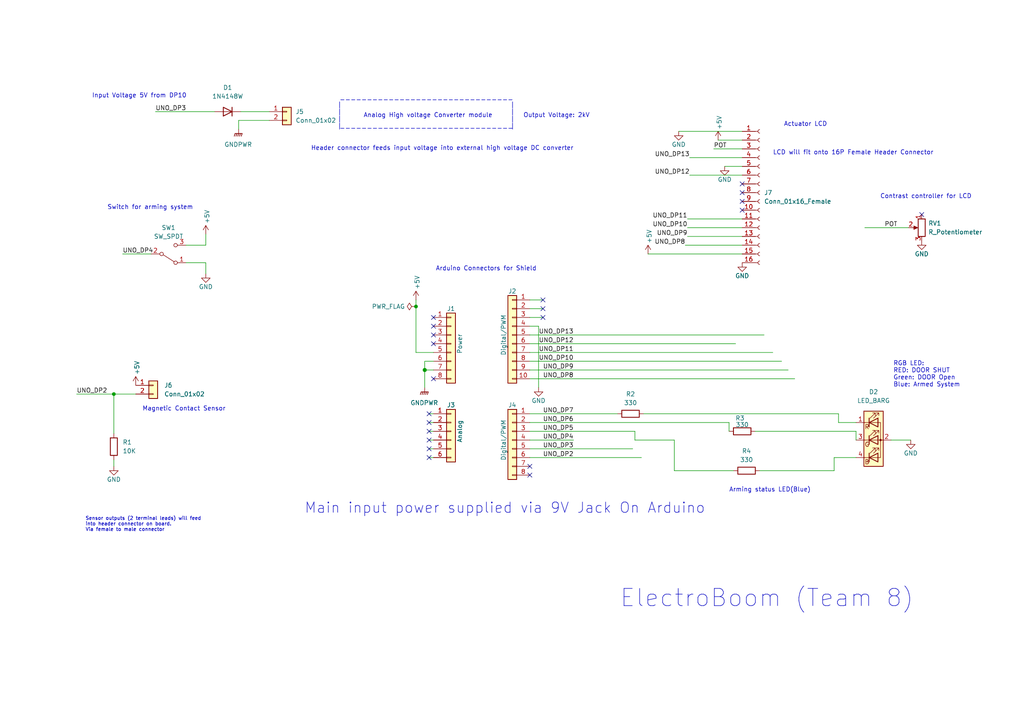
<source format=kicad_sch>
(kicad_sch (version 20211123) (generator eeschema)
  (paper "A4")
  (title_block (title "ECE 411 Practicum Schematic") (date "2022-11-16") (rev "03"))
  (lib_symbols
    (symbol "Connector:Conn_01x16_Female" (pin_names (offset 1.016) hide)
      (property "Reference" "J" (at 0 20.32 0))
      (property "Value" "Conn_01x16_Female" (at 0 -22.86 0))
      (symbol "Conn_01x16_Female_1_1"
        (arc (start 0 -19.812) (mid -0.508 -20.32) (end 0 -20.828) (stroke (width 0.1524)))
        (arc (start 0 -17.272) (mid -0.508 -17.78) (end 0 -18.288) (stroke (width 0.1524)))
        (arc (start 0 -14.732) (mid -0.508 -15.24) (end 0 -15.748) (stroke (width 0.1524)))
        (arc (start 0 -12.192) (mid -0.508 -12.7) (end 0 -13.208) (stroke (width 0.1524)))
        (arc (start 0 -9.652) (mid -0.508 -10.16) (end 0 -10.668) (stroke (width 0.1524)))
        (arc (start 0 -7.112) (mid -0.508 -7.62) (end 0 -8.128) (stroke (width 0.1524)))
        (arc (start 0 -4.572) (mid -0.508 -5.08) (end 0 -5.588) (stroke (width 0.1524)))
        (arc (start 0 -2.032) (mid -0.508 -2.54) (end 0 -3.048) (stroke (width 0.1524)))
        (polyline (pts (xy -1.27 -20.32) (xy -0.508 -20.32)) (stroke (width 0.1524)))
        (polyline (pts (xy -1.27 -17.78) (xy -0.508 -17.78)) (stroke (width 0.1524)))
        (polyline (pts (xy -1.27 -15.24) (xy -0.508 -15.24)) (stroke (width 0.1524)))
        (polyline (pts (xy -1.27 -12.7) (xy -0.508 -12.7)) (stroke (width 0.1524)))
        (polyline (pts (xy -1.27 -10.16) (xy -0.508 -10.16)) (stroke (width 0.1524)))
        (polyline (pts (xy -1.27 -7.62) (xy -0.508 -7.62)) (stroke (width 0.1524)))
        (polyline (pts (xy -1.27 -5.08) (xy -0.508 -5.08)) (stroke (width 0.1524)))
        (polyline (pts (xy -1.27 -2.54) (xy -0.508 -2.54)) (stroke (width 0.1524)))
        (polyline (pts (xy -1.27 0) (xy -0.508 0)) (stroke (width 0.1524)))
        (polyline (pts (xy -1.27 2.54) (xy -0.508 2.54)) (stroke (width 0.1524)))
        (polyline (pts (xy -1.27 5.08) (xy -0.508 5.08)) (stroke (width 0.1524)))
        (polyline (pts (xy -1.27 7.62) (xy -0.508 7.62)) (stroke (width 0.1524)))
        (polyline (pts (xy -1.27 10.16) (xy -0.508 10.16)) (stroke (width 0.1524)))
        (polyline (pts (xy -1.27 12.7) (xy -0.508 12.7)) (stroke (width 0.1524)))
        (polyline (pts (xy -1.27 15.24) (xy -0.508 15.24)) (stroke (width 0.1524)))
        (polyline (pts (xy -1.27 17.78) (xy -0.508 17.78)) (stroke (width 0.1524)))
        (arc (start 0 0.508) (mid -0.508 0) (end 0 -0.508) (stroke (width 0.1524)))
        (arc (start 0 3.048) (mid -0.508 2.54) (end 0 2.032) (stroke (width 0.1524)))
        (arc (start 0 5.588) (mid -0.508 5.08) (end 0 4.572) (stroke (width 0.1524)))
        (arc (start 0 8.128) (mid -0.508 7.62) (end 0 7.112) (stroke (width 0.1524)))
        (arc (start 0 10.668) (mid -0.508 10.16) (end 0 9.652) (stroke (width 0.1524)))
        (arc (start 0 13.208) (mid -0.508 12.7) (end 0 12.192) (stroke (width 0.1524)))
        (arc (start 0 15.748) (mid -0.508 15.24) (end 0 14.732) (stroke (width 0.1524)))
        (arc (start 0 18.288) (mid -0.508 17.78) (end 0 17.272) (stroke (width 0.1524)))
        (pin passive line (at -5.08 17.78 0) (length 3.81) (name "Pin_1") (number "1"))
        (pin passive line (at -5.08 -5.08 0) (length 3.81) (name "Pin_10") (number "10"))
        (pin passive line (at -5.08 -7.62 0) (length 3.81) (name "Pin_11") (number "11"))
        (pin passive line (at -5.08 -10.16 0) (length 3.81) (name "Pin_12") (number "12"))
        (pin passive line (at -5.08 -12.7 0) (length 3.81) (name "Pin_13") (number "13"))
        (pin passive line (at -5.08 -15.24 0) (length 3.81) (name "Pin_14") (number "14"))
        (pin passive line (at -5.08 -17.78 0) (length 3.81) (name "Pin_15") (number "15"))
        (pin passive line (at -5.08 -20.32 0) (length 3.81) (name "Pin_16") (number "16"))
        (pin passive line (at -5.08 15.24 0) (length 3.81) (name "Pin_2") (number "2"))
        (pin passive line (at -5.08 12.7 0) (length 3.81) (name "Pin_3") (number "3"))
        (pin passive line (at -5.08 10.16 0) (length 3.81) (name "Pin_4") (number "4"))
        (pin passive line (at -5.08 7.62 0) (length 3.81) (name "Pin_5") (number "5"))
        (pin passive line (at -5.08 5.08 0) (length 3.81) (name "Pin_6") (number "6"))
        (pin passive line (at -5.08 2.54 0) (length 3.81) (name "Pin_7") (number "7"))
        (pin passive line (at -5.08 0 0) (length 3.81) (name "Pin_8") (number "8"))
        (pin passive line (at -5.08 -2.54 0) (length 3.81) (name "Pin_9") (number "9"))
      )
    )
    (symbol "Connector_Generic:Conn_01x02" (pin_names (offset 1.016) hide)
      (property "Reference" "J" (at 0 2.54 0))
      (property "Value" "Conn_01x02" (at 0 -5.08 0))
      (symbol "Conn_01x02_1_1"
        (rectangle (start -1.27 -2.413) (end 0 -2.667) (stroke (width 0.1524)))
        (rectangle (start -1.27 0.127) (end 0 -0.127) (stroke (width 0.1524)))
        (rectangle (start -1.27 1.27) (end 1.27 -3.81) (stroke (width 0.254)) (fill (type background)))
        (pin passive line (at -5.08 0 0) (length 3.81) (name "Pin_1") (number "1"))
        (pin passive line (at -5.08 -2.54 0) (length 3.81) (name "Pin_2") (number "2"))
      )
    )
    (symbol "Connector_Generic:Conn_01x06" (pin_names (offset 1.016) hide)
      (property "Reference" "J" (at 0 7.62 0))
      (property "Value" "Conn_01x06" (at 0 -10.16 0))
      (symbol "Conn_01x06_1_1"
        (rectangle (start -1.27 -7.493) (end 0 -7.747) (stroke (width 0.1524)))
        (rectangle (start -1.27 -4.953) (end 0 -5.207) (stroke (width 0.1524)))
        (rectangle (start -1.27 -2.413) (end 0 -2.667) (stroke (width 0.1524)))
        (rectangle (start -1.27 0.127) (end 0 -0.127) (stroke (width 0.1524)))
        (rectangle (start -1.27 2.667) (end 0 2.413) (stroke (width 0.1524)))
        (rectangle (start -1.27 5.207) (end 0 4.953) (stroke (width 0.1524)))
        (rectangle (start -1.27 6.35) (end 1.27 -8.89) (stroke (width 0.254)) (fill (type background)))
        (pin passive line (at -5.08 5.08 0) (length 3.81) (name "Pin_1") (number "1"))
        (pin passive line (at -5.08 2.54 0) (length 3.81) (name "Pin_2") (number "2"))
        (pin passive line (at -5.08 0 0) (length 3.81) (name "Pin_3") (number "3"))
        (pin passive line (at -5.08 -2.54 0) (length 3.81) (name "Pin_4") (number "4"))
        (pin passive line (at -5.08 -5.08 0) (length 3.81) (name "Pin_5") (number "5"))
        (pin passive line (at -5.08 -7.62 0) (length 3.81) (name "Pin_6") (number "6"))
      )
    )
    (symbol "Connector_Generic:Conn_01x08" (pin_names (offset 1.016) hide)
      (property "Reference" "J" (at 0 10.16 0))
      (property "Value" "Conn_01x08" (at 0 -12.7 0))
      (symbol "Conn_01x08_1_1"
        (rectangle (start -1.27 -10.033) (end 0 -10.287) (stroke (width 0.1524)))
        (rectangle (start -1.27 -7.493) (end 0 -7.747) (stroke (width 0.1524)))
        (rectangle (start -1.27 -4.953) (end 0 -5.207) (stroke (width 0.1524)))
        (rectangle (start -1.27 -2.413) (end 0 -2.667) (stroke (width 0.1524)))
        (rectangle (start -1.27 0.127) (end 0 -0.127) (stroke (width 0.1524)))
        (rectangle (start -1.27 2.667) (end 0 2.413) (stroke (width 0.1524)))
        (rectangle (start -1.27 5.207) (end 0 4.953) (stroke (width 0.1524)))
        (rectangle (start -1.27 7.747) (end 0 7.493) (stroke (width 0.1524)))
        (rectangle (start -1.27 8.89) (end 1.27 -11.43) (stroke (width 0.254)) (fill (type background)))
        (pin passive line (at -5.08 7.62 0) (length 3.81) (name "Pin_1") (number "1"))
        (pin passive line (at -5.08 5.08 0) (length 3.81) (name "Pin_2") (number "2"))
        (pin passive line (at -5.08 2.54 0) (length 3.81) (name "Pin_3") (number "3"))
        (pin passive line (at -5.08 0 0) (length 3.81) (name "Pin_4") (number "4"))
        (pin passive line (at -5.08 -2.54 0) (length 3.81) (name "Pin_5") (number "5"))
        (pin passive line (at -5.08 -5.08 0) (length 3.81) (name "Pin_6") (number "6"))
        (pin passive line (at -5.08 -7.62 0) (length 3.81) (name "Pin_7") (number "7"))
        (pin passive line (at -5.08 -10.16 0) (length 3.81) (name "Pin_8") (number "8"))
      )
    )
    (symbol "Connector_Generic:Conn_01x10" (pin_names (offset 1.016) hide)
      (property "Reference" "J" (at 0 12.7 0))
      (property "Value" "Conn_01x10" (at 0 -15.24 0))
      (symbol "Conn_01x10_1_1"
        (rectangle (start -1.27 -12.573) (end 0 -12.827) (stroke (width 0.1524)))
        (rectangle (start -1.27 -10.033) (end 0 -10.287) (stroke (width 0.1524)))
        (rectangle (start -1.27 -7.493) (end 0 -7.747) (stroke (width 0.1524)))
        (rectangle (start -1.27 -4.953) (end 0 -5.207) (stroke (width 0.1524)))
        (rectangle (start -1.27 -2.413) (end 0 -2.667) (stroke (width 0.1524)))
        (rectangle (start -1.27 0.127) (end 0 -0.127) (stroke (width 0.1524)))
        (rectangle (start -1.27 2.667) (end 0 2.413) (stroke (width 0.1524)))
        (rectangle (start -1.27 5.207) (end 0 4.953) (stroke (width 0.1524)))
        (rectangle (start -1.27 7.747) (end 0 7.493) (stroke (width 0.1524)))
        (rectangle (start -1.27 10.287) (end 0 10.033) (stroke (width 0.1524)))
        (rectangle (start -1.27 11.43) (end 1.27 -13.97) (stroke (width 0.254)) (fill (type background)))
        (pin passive line (at -5.08 10.16 0) (length 3.81) (name "Pin_1") (number "1"))
        (pin passive line (at -5.08 -12.7 0) (length 3.81) (name "Pin_10") (number "10"))
        (pin passive line (at -5.08 7.62 0) (length 3.81) (name "Pin_2") (number "2"))
        (pin passive line (at -5.08 5.08 0) (length 3.81) (name "Pin_3") (number "3"))
        (pin passive line (at -5.08 2.54 0) (length 3.81) (name "Pin_4") (number "4"))
        (pin passive line (at -5.08 0 0) (length 3.81) (name "Pin_5") (number "5"))
        (pin passive line (at -5.08 -2.54 0) (length 3.81) (name "Pin_6") (number "6"))
        (pin passive line (at -5.08 -5.08 0) (length 3.81) (name "Pin_7") (number "7"))
        (pin passive line (at -5.08 -7.62 0) (length 3.81) (name "Pin_8") (number "8"))
        (pin passive line (at -5.08 -10.16 0) (length 3.81) (name "Pin_9") (number "9"))
      )
    )
    (symbol "Device:LED_BARG" (pin_names (offset 0) hide)
      (property "Reference" "D?" (at 0 13.97 0))
      (property "Value" "LED_BARG" (at 0 11.43 0))
      (symbol "LED_BARG_0_0"
        (text "B" (at -1.905 -6.35 0) (effects (font (size 1.27 1.27))))
        (text "G" (at -1.905 -1.27 0) (effects (font (size 1.27 1.27))))
        (text "R" (at -1.905 3.81 0) (effects (font (size 1.27 1.27))))
      )
      (symbol "LED_BARG_0_1"
        (polyline (pts (xy -1.27 -5.08) (xy -2.54 -5.08)))
        (polyline (pts (xy -1.27 -5.08) (xy 1.27 -5.08)))
        (polyline (pts (xy -1.27 -3.81) (xy -1.27 -6.35)) (stroke (width 0.254)))
        (polyline (pts (xy -1.27 0) (xy -2.54 0)))
        (polyline (pts (xy -1.27 1.27) (xy -1.27 -1.27)) (stroke (width 0.254)))
        (polyline (pts (xy -1.27 5.08) (xy -2.54 5.08)))
        (polyline (pts (xy -1.27 5.08) (xy 1.27 5.08)))
        (polyline (pts (xy -1.27 6.35) (xy -1.27 3.81)) (stroke (width 0.254)))
        (polyline (pts (xy 1.27 0) (xy -1.27 0)))
        (polyline (pts (xy 1.27 0) (xy 2.54 0)))
        (polyline (pts (xy -1.27 1.27) (xy -1.27 -1.27) (xy -1.27 -1.27)))
        (polyline (pts (xy -1.27 6.35) (xy -1.27 3.81) (xy -1.27 3.81)))
        (polyline (pts (xy 1.27 -5.08) (xy 2.032 -5.08) (xy 2.032 5.08) (xy 1.27 5.08)))
        (polyline (pts (xy 1.27 -3.81) (xy 1.27 -6.35) (xy -1.27 -5.08) (xy 1.27 -3.81)) (stroke (width 0.254)))
        (polyline (pts (xy 1.27 1.27) (xy 1.27 -1.27) (xy -1.27 0) (xy 1.27 1.27)) (stroke (width 0.254)))
        (polyline (pts (xy 1.27 6.35) (xy 1.27 3.81) (xy -1.27 5.08) (xy 1.27 6.35)) (stroke (width 0.254)))
        (polyline (pts (xy -1.016 -3.81) (xy 0.508 -2.286) (xy -0.254 -2.286) (xy 0.508 -2.286) (xy 0.508 -3.048)))
        (polyline (pts (xy -1.016 1.27) (xy 0.508 2.794) (xy -0.254 2.794) (xy 0.508 2.794) (xy 0.508 2.032)))
        (polyline (pts (xy -1.016 6.35) (xy 0.508 7.874) (xy -0.254 7.874) (xy 0.508 7.874) (xy 0.508 7.112)))
        (polyline (pts (xy 0 -3.81) (xy 1.524 -2.286) (xy 0.762 -2.286) (xy 1.524 -2.286) (xy 1.524 -3.048)))
        (polyline (pts (xy 0 1.27) (xy 1.524 2.794) (xy 0.762 2.794) (xy 1.524 2.794) (xy 1.524 2.032)))
        (polyline (pts (xy 0 6.35) (xy 1.524 7.874) (xy 0.762 7.874) (xy 1.524 7.874) (xy 1.524 7.112)))
        (rectangle (start 1.27 -1.27) (end 1.27 1.27))
        (rectangle (start 1.27 1.27) (end 1.27 1.27))
        (rectangle (start 1.27 3.81) (end 1.27 6.35))
        (rectangle (start 1.27 6.35) (end 1.27 6.35))
        (circle (center 2.032 0) (radius 0.254) (fill (type outline)))
        (rectangle (start 2.794 8.382) (end -2.794 -7.62) (stroke (width 0.254)) (fill (type background)))
      )
      (symbol "LED_BARG_1_1"
        (pin passive line (at -5.08 5.08 0) (length 2.54) (name "BK") (number "1"))
        (pin passive line (at 5.08 0 180) (length 2.54) (name "A") (number "2"))
        (pin passive line (at -5.08 0 0) (length 2.54) (name "RK") (number "3"))
        (pin passive line (at -5.08 -5.08 0) (length 2.54) (name "GK") (number "4"))
      )
    )
    (symbol "Device:R" (pin_numbers hide) (pin_names (offset 0))
      (property "Reference" "R" (at 2.032 0 90))
      (property "Value" "R" (at 0 0 90))
      (symbol "R_0_1"
        (rectangle (start -1.016 -2.54) (end 1.016 2.54) (stroke (width 0.254)))
      )
      (symbol "R_1_1"
        (pin passive line (at 0 3.81 270) (length 1.27) (name "~") (number "1"))
        (pin passive line (at 0 -3.81 90) (length 1.27) (name "~") (number "2"))
      )
    )
    (symbol "Device:R_Potentiometer" (pin_names (offset 1.016) hide)
      (property "Reference" "RV" (at -4.445 0 90))
      (property "Value" "R_Potentiometer" (at -2.54 0 90))
      (symbol "R_Potentiometer_0_1"
        (polyline (pts (xy 2.54 0) (xy 1.524 0)))
        (polyline (pts (xy 1.143 0) (xy 2.286 0.508) (xy 2.286 -0.508) (xy 1.143 0)) (fill (type outline)))
        (rectangle (start 1.016 2.54) (end -1.016 -2.54) (stroke (width 0.254)))
      )
      (symbol "R_Potentiometer_1_1"
        (pin passive line (at 0 3.81 270) (length 1.27) (name "1") (number "1"))
        (pin passive line (at 3.81 0 180) (length 1.27) (name "2") (number "2"))
        (pin passive line (at 0 -3.81 90) (length 1.27) (name "3") (number "3"))
      )
    )
    (symbol "Diode:1N4148W" (pin_numbers hide) (pin_names hide)
      (property "Reference" "D" (at 0 2.54 0))
      (property "Value" "1N4148W" (at 0 -2.54 0))
      (symbol "1N4148W_0_1"
        (polyline (pts (xy -1.27 1.27) (xy -1.27 -1.27)) (stroke (width 0.254)))
        (polyline (pts (xy 1.27 0) (xy -1.27 0)))
        (polyline (pts (xy 1.27 1.27) (xy 1.27 -1.27) (xy -1.27 0) (xy 1.27 1.27)) (stroke (width 0.254)))
      )
      (symbol "1N4148W_1_1"
        (pin passive line (at -3.81 0 0) (length 2.54) (name "K") (number "1"))
        (pin passive line (at 3.81 0 180) (length 2.54) (name "A") (number "2"))
      )
    )
    (symbol "Switch:SW_SPDT" (pin_names (offset 0) hide)
      (property "Reference" "SW" (at 0 4.318 0))
      (property "Value" "SW_SPDT" (at 0 -5.08 0))
      (symbol "SW_SPDT_0_0"
        (circle (center -2.032 0) (radius 0.508))
        (circle (center 2.032 -2.54) (radius 0.508))
      )
      (symbol "SW_SPDT_0_1"
        (polyline (pts (xy -1.524 0.254) (xy 1.651 2.286)))
        (circle (center 2.032 2.54) (radius 0.508))
      )
      (symbol "SW_SPDT_1_1"
        (pin passive line (at 5.08 2.54 180) (length 2.54) (name "A") (number "1"))
        (pin passive line (at -5.08 0 0) (length 2.54) (name "B") (number "2"))
        (pin passive line (at 5.08 -2.54 180) (length 2.54) (name "C") (number "3"))
      )
    )
    (symbol "power:+5V" (power) (pin_names (offset 0))
      (property "Value" "+5V" (at 0 3.556 0))
      (symbol "+5V_0_1"
        (polyline (pts (xy -0.762 1.27) (xy 0 2.54)))
        (polyline (pts (xy 0 0) (xy 0 2.54)))
        (polyline (pts (xy 0 2.54) (xy 0.762 1.27)))
      )
      (symbol "+5V_1_1"
        (pin power_in line (at 0 0 90) (length 0) hide (name "+5V") (number "1"))
      )
    )
    (symbol "power:GND" (power) (pin_names (offset 0))
      (property "Value" "GND" (at 0 -3.81 0))
      (symbol "GND_0_1"
        (polyline (pts (xy 0 0) (xy 0 -1.27) (xy 1.27 -1.27) (xy 0 -2.54) (xy -1.27 -1.27) (xy 0 -1.27)))
      )
      (symbol "GND_1_1"
        (pin power_in line (at 0 0 270) (length 0) hide (name "GND") (number "1"))
      )
    )
    (symbol "power:GNDPWR" (power) (pin_names (offset 0))
      (property "Value" "GNDPWR" (at 0 -3.302 0))
      (symbol "GNDPWR_0_1"
        (polyline (pts (xy 0 -1.27) (xy 0 0)))
        (polyline (pts (xy -1.016 -1.27) (xy -1.27 -2.032) (xy -1.27 -2.032)) (stroke (width 0.2032)))
        (polyline (pts (xy -0.508 -1.27) (xy -0.762 -2.032) (xy -0.762 -2.032)) (stroke (width 0.2032)))
        (polyline (pts (xy 0 -1.27) (xy -0.254 -2.032) (xy -0.254 -2.032)) (stroke (width 0.2032)))
        (polyline (pts (xy 0.508 -1.27) (xy 0.254 -2.032) (xy 0.254 -2.032)) (stroke (width 0.2032)))
        (polyline (pts (xy 1.016 -1.27) (xy -1.016 -1.27) (xy -1.016 -1.27)) (stroke (width 0.2032)))
        (polyline (pts (xy 1.016 -1.27) (xy 0.762 -2.032) (xy 0.762 -2.032) (xy 0.762 -2.032)) (stroke (width 0.2032)))
      )
      (symbol "GNDPWR_1_1"
        (pin power_in line (at 0 0 270) (length 0) hide (name "GNDPWR") (number "1"))
      )
    )
    (symbol "power:PWR_FLAG" (power) (pin_numbers hide) (pin_names (offset 0) hide)
      (property "Value" "PWR_FLAG" (at 0 3.81 0))
      (symbol "PWR_FLAG_0_0"
        (pin power_out line (at 0 0 90) (length 0) (name "pwr") (number "1"))
      )
      (symbol "PWR_FLAG_0_1"
        (polyline (pts (xy 0 0) (xy 0 1.27) (xy -1.016 1.905) (xy 0 2.54) (xy 1.016 1.905) (xy 0 1.27)))
      )
    )
  )
  (junction (at 120.65 88.9))
  (junction (at 123.19 107.315) (diameter 1.016))
  (junction (at 33.02 114.3))
  (no_connect (at 215.265 55.88))
  (no_connect (at 267.335 62.23))
  (no_connect (at 125.73 94.615))
  (no_connect (at 125.73 109.855))
  (no_connect (at 124.46 122.555))
  (no_connect (at 157.48 86.995))
  (no_connect (at 157.48 92.075))
  (no_connect (at 153.67 137.795))
  (no_connect (at 124.46 132.715))
  (no_connect (at 125.73 97.155))
  (no_connect (at 124.46 120.015))
  (no_connect (at 153.67 135.255))
  (no_connect (at 124.46 130.175))
  (no_connect (at 125.73 99.695))
  (no_connect (at 215.265 53.34))
  (no_connect (at 125.73 92.075))
  (no_connect (at 215.265 60.96))
  (no_connect (at 124.46 125.095))
  (no_connect (at 157.48 89.535))
  (no_connect (at 124.46 127.635))
  (no_connect (at 215.265 58.42))
  (wire (pts (xy 59.69 71.12) (xy 59.69 67.945)))
  (wire (pts (xy 264.16 127.635) (xy 258.445 127.635)))
  (wire (pts (xy 153.67 104.775) (xy 226.695 104.775)))
  (wire (pts (xy 241.935 132.715) (xy 248.285 132.715)))
  (wire (pts (xy 123.19 104.775) (xy 123.19 107.315)))
  (wire (pts (xy 33.02 114.3) (xy 33.02 125.73)))
  (wire (pts (xy 124.46 132.715) (xy 125.73 132.715)))
  (wire (pts (xy 184.15 125.095) (xy 184.15 127.635)))
  (wire (pts (xy 123.19 107.315) (xy 123.19 112.395)))
  (wire (pts (xy 33.02 133.35) (xy 33.02 135.255)))
  (wire (pts (xy 250.825 66.04) (xy 263.525 66.04)))
  (wire (pts (xy 120.65 102.235) (xy 125.73 102.235)))
  (wire (pts (xy 78.105 34.925) (xy 69.215 34.925)))
  (wire (pts (xy 120.65 86.995) (xy 120.65 88.9)))
  (wire (pts (xy 153.67 97.155) (xy 221.615 97.155)))
  (wire (pts (xy 153.67 120.015) (xy 179.07 120.015)))
  (wire (pts (xy 219.075 125.095) (xy 248.285 125.095)))
  (wire (pts (xy 125.73 120.015) (xy 124.46 120.015)))
  (wire (pts (xy 153.67 99.695) (xy 213.36 99.695)))
  (wire (pts (xy 208.28 40.64) (xy 215.265 40.64)))
  (wire (pts (xy 220.345 136.525) (xy 241.935 136.525)))
  (wire (pts (xy 195.58 136.525) (xy 212.725 136.525)))
  (wire (pts (xy 153.67 122.555) (xy 211.455 122.555)))
  (wire (pts (xy 200.025 50.8) (xy 215.265 50.8)))
  (wire (pts (xy 199.39 66.04) (xy 215.265 66.04)))
  (wire (pts (xy 153.67 127.635) (xy 166.37 127.635)))
  (wire (pts (xy 69.215 34.925) (xy 69.215 37.465)))
  (wire (pts (xy 207.01 43.18) (xy 215.265 43.18)))
  (wire (pts (xy 187.96 73.66) (xy 215.265 73.66)))
  (wire (pts (xy 156.21 94.615) (xy 156.21 112.395)))
  (wire (pts (xy 153.67 89.535) (xy 157.48 89.535)))
  (wire (pts (xy 199.39 68.58) (xy 215.265 68.58)))
  (wire (pts (xy 59.69 76.2) (xy 59.69 79.375)))
  (wire (pts (xy 153.67 92.075) (xy 157.48 92.075)))
  (wire (pts (xy 53.975 76.2) (xy 59.69 76.2)))
  (wire (pts (xy 248.285 125.095) (xy 248.285 127.635)))
  (wire (pts (xy 125.73 125.095) (xy 124.46 125.095)))
  (wire (pts (xy 211.455 122.555) (xy 211.455 125.095)))
  (wire (pts (xy 153.67 86.995) (xy 157.48 86.995)))
  (wire (pts (xy 125.73 107.315) (xy 123.19 107.315)))
  (wire (pts (xy 153.67 109.855) (xy 230.505 109.855)))
  (wire (pts (xy 124.46 122.555) (xy 125.73 122.555)))
  (wire (pts (xy 243.205 122.555) (xy 248.285 122.555)))
  (wire (pts (xy 195.58 127.635) (xy 195.58 136.525)))
  (wire (pts (xy 184.15 127.635) (xy 195.58 127.635)))
  (wire (pts (xy 35.56 73.66) (xy 43.815 73.66)))
  (wire (pts (xy 153.67 94.615) (xy 156.21 94.615)))
  (wire (pts (xy 153.67 125.095) (xy 184.15 125.095)))
  (wire (pts (xy 125.73 104.775) (xy 123.19 104.775)))
  (wire (pts (xy 120.65 88.9) (xy 120.65 102.235)))
  (wire (pts (xy 241.935 136.525) (xy 241.935 132.715)))
  (wire (pts (xy 153.67 102.235) (xy 224.155 102.235)))
  (wire (pts (xy 210.185 48.26) (xy 215.265 48.26)))
  (wire (pts (xy 53.975 71.12) (xy 59.69 71.12)))
  (wire (pts (xy 33.02 114.3) (xy 39.37 114.3)))
  (wire (pts (xy 45.085 32.385) (xy 62.23 32.385)))
  (wire (pts (xy 199.39 63.5) (xy 215.265 63.5)))
  (wire (pts (xy 186.69 120.015) (xy 243.205 120.015)))
  (wire (pts (xy 198.755 71.12) (xy 215.265 71.12)))
  (wire (pts (xy 124.46 127.635) (xy 125.73 127.635)))
  (wire (pts (xy 243.205 120.015) (xy 243.205 122.555)))
  (wire (pts (xy 200.025 45.72) (xy 215.265 45.72)))
  (wire (pts (xy 196.85 38.1) (xy 215.265 38.1)))
  (wire (pts (xy 69.85 32.385) (xy 78.105 32.385)))
  (wire (pts (xy 153.67 132.715) (xy 186.055 132.715)))
  (wire (pts (xy 153.67 130.175) (xy 183.515 130.175)))
  (wire (pts (xy 22.225 114.3) (xy 33.02 114.3)))
  (wire (pts (xy 153.67 107.315) (xy 228.6 107.315)))
  (wire (pts (xy 125.73 130.175) (xy 124.46 130.175)))
  (text "Main input power supplied via 9V Jack On Arduino" (at 88.265 149.225 0) (effects (font (size 3 3)) (justify left bottom)))
  (text "RGB LED:\nRED: DOOR SHUT\nGreen: DOOR Open\nBlue: Armed System" (at 259.08 112.395 0) (effects (font (size 1.27 1.27)) (justify left bottom)))
  (text "Input Voltage 5V from DP10" (at 26.67 28.575 0) (effects (font (size 1.27 1.27)) (justify left bottom)))
  (text "Arduino Connectors for Shield\n" (at 126.365 78.74 0) (effects (font (size 1.27 1.27)) (justify left bottom)))
  (text "LCD will fit onto 16P Female Header Connector" (at 224.155 45.085 0) (effects (font (size 1.27 1.27)) (justify left bottom)))
  (text "|\n|\n|\n|\n" (at 97.79 37.465 0) (effects (font (size 1.27 1.27)) (justify left bottom)))
  (text "Arming status LED(Blue)" (at 211.455 142.875 0) (effects (font (size 1.27 1.27)) (justify left bottom)))
  (text "Output Voltage: 2kV" (at 151.765 34.29 0) (effects (font (size 1.27 1.27)) (justify left bottom)))
  (text "|\n|\n|\n|\n" (at 147.955 37.465 0) (effects (font (size 1.27 1.27)) (justify left bottom)))
  (text "Header connector feeds input voltage into external high voltage DC converter" (at 90.17 43.815 0) (effects (font (size 1.27 1.27)) (justify left bottom)))
  (text "Actuator LCD" (at 227.33 36.83 0) (effects (font (size 1.27 1.27)) (justify left bottom)))
  (text "Analog High voltage Converter module\n" (at 105.41 34.29 0) (effects (font (size 1.27 1.27)) (justify left bottom)))
  (text "Switch for arming system" (at 31.115 60.96 0) (effects (font (size 1.27 1.27)) (justify left bottom)))
  (text "--------------------------------" (at 98.425 29.845 0) (effects (font (size 1.27 1.27)) (justify left bottom)))
  (text "Contrast controller for LCD " (at 255.27 57.785 0) (effects (font (size 1.27 1.27)) (justify left bottom)))
  (text "Sensor outputs (2 terminal leads) will feed \ninto header connector on board.\nVia female to male connector" (at 24.765 154.305 0) (effects (font (size 1 1)) (justify left bottom)))
  (text "Magnetic Contact Sensor" (at 41.275 119.38 0) (effects (font (size 1.27 1.27)) (justify left bottom)))
  (text "ElectroBoom (Team 8)" (at 179.705 176.53 0) (effects (font (size 5 5)) (justify left bottom)))
  (text "\n" (at 219.71 194.31 0) (effects (font (size 1.27 1.27)) (justify left bottom)))
  (text "--------------------------------" (at 98.425 38.1 0) (effects (font (size 1.27 1.27)) (justify left bottom)))
  (label "UNO_DP8" (at 198.755 71.12 180))
  (label "UNO_DP4" (at 35.56 73.66 0))
  (label "UNO_DP3" (at 45.085 32.385 0))
  (label "UNO_DP4" (at 166.37 127.635 180))
  (label "POT" (at 207.01 43.18 0))
  (label "UNO_DP9" (at 199.39 68.58 180))
  (label "UNO_DP2" (at 166.37 132.715 180))
  (label "POT" (at 256.54 66.04 0))
  (label "UNO_DP11" (at 199.39 63.5 180))
  (label "UNO_DP13" (at 166.37 97.155 180))
  (label "UNO_DP12" (at 166.37 99.695 180))
  (label "UNO_DP10" (at 199.39 66.04 180))
  (label "UNO_DP10" (at 166.37 104.775 180))
  (label "UNO_DP13" (at 200.025 45.72 180))
  (label "UNO_DP12" (at 200.025 50.8 180))
  (label "UNO_DP7" (at 166.37 120.015 180))
  (label "UNO_DP8" (at 166.37 109.855 180))
  (label "UNO_DP11" (at 166.37 102.235 180))
  (label "UNO_DP3" (at 166.37 130.175 180))
  (label "UNO_DP6" (at 166.37 122.555 180))
  (label "UNO_DP9" (at 166.37 107.315 180))
  (label "UNO_DP5" (at 166.37 125.095 180))
  (label "UNO_DP2" (at 22.225 114.3 0))
  (symbol (lib_id "Connector_Generic:Conn_01x08") (at 130.81 99.695 0) (unit 1)
    (property "Reference" "J1" (at 130.81 89.535 0))
    (property "Value" "Power" (at 133.35 99.695 90))
    (property "Footprint" "Connector_PinSocket_2.54mm:PinSocket_1x08_P2.54mm_Vertical" (effects hide))
  )
  (symbol (lib_id "power:+5V") (at 120.65 86.995 0) (unit 1)
    (property "Reference" "#PWR02" (effects hide))
    (property "Value" "+5V" (at 121.0056 83.947 90) (effects (justify left)))
  )
  (symbol (lib_id "Connector_Generic:Conn_01x10") (at 148.59 97.155 0) (mirror y) (unit 1)
    (property "Reference" "J2" (at 148.59 84.455 0))
    (property "Value" "Digital/PWM" (at 146.05 97.155 90))
    (property "Footprint" "Connector_PinSocket_2.54mm:PinSocket_1x10_P2.54mm_Vertical" (effects hide))
  )
  (symbol (lib_id "power:GND") (at 156.21 112.395 0) (unit 1)
    (property "Reference" "#PWR05" (effects hide))
    (property "Value" "GND" (at 156.21 116.205 0))
  )
  (symbol (lib_id "Connector_Generic:Conn_01x06") (at 130.81 125.095 0) (unit 1) (in_bom no)
    (property "Reference" "J3" (at 130.81 117.475 0))
    (property "Value" "Analog" (at 133.35 125.095 90))
    (property "Footprint" "Connector_PinSocket_2.54mm:PinSocket_1x06_P2.54mm_Vertical" (effects hide))
  )
  (symbol (lib_id "Connector_Generic:Conn_01x08") (at 148.59 127.635 0) (mirror y) (unit 1)
    (property "Reference" "J4" (at 148.59 117.475 0))
    (property "Value" "Digital/PWM" (at 146.05 127.635 90))
    (property "Footprint" "Connector_PinSocket_2.54mm:PinSocket_1x08_P2.54mm_Vertical" (effects hide))
  )
  (symbol (lib_id "power:GND") (at 210.185 48.26 0) (unit 1)
    (property "Reference" "#PWR0120" (effects hide))
    (property "Value" "GND" (at 210.185 52.07 0))
  )
  (symbol (lib_id "Device:R") (at 215.265 125.095 90) (unit 1)
    (property "Reference" "R3" (at 214.63 121.285 90))
    (property "Value" "330" (at 215.265 123.19 90))
    (property "Footprint" "Resistor_SMD:R_0805_2012Metric" (effects hide))
  )
  (symbol (lib_id "power:PWR_FLAG") (at 120.65 88.9 90) (unit 1) (on_board no)
    (property "Reference" "#FLG0101" (effects hide))
    (property "Value" "PWR_FLAG" (at 117.475 88.8999 90) (effects (justify left)))
  )
  (symbol (lib_id "power:+5V") (at 39.37 111.76 0) (unit 1)
    (property "Reference" "#PWR0108" (effects hide))
    (property "Value" "+5V" (at 39.7256 108.712 90) (effects (justify left)))
  )
  (symbol (lib_id "Device:R_Potentiometer") (at 267.335 66.04 0) (mirror y) (unit 1)
    (property "Reference" "RV1" (at 269.24 64.7699 0) (effects (justify right)))
    (property "Value" "R_Potentiometer" (at 269.24 67.3099 0) (effects (justify right)))
    (property "Footprint" "trimmer:TRIM_3362P-1-505LF" (effects hide))
  )
  (symbol (lib_id "Diode:1N4148W") (at 66.04 32.385 180) (unit 1)
    (property "Reference" "D1" (at 66.04 25.4 0))
    (property "Value" "1N4148W" (at 66.04 27.94 0))
    (property "Footprint" "Diode_SMD:D_SOD-123" (effects hide))
    (property "Datasheet" "https://www.vishay.com/docs/85748/1n4148w.pdf" (effects hide))
  )
  (symbol (lib_id "power:GND") (at 33.02 135.255 0) (unit 1)
    (property "Reference" "#PWR0102" (effects hide))
    (property "Value" "GND" (at 33.02 139.065 0))
  )
  (symbol (lib_id "power:GND") (at 267.335 69.85 0) (unit 1)
    (property "Reference" "#PWR0103" (effects hide))
    (property "Value" "GND" (at 267.335 73.66 0))
  )
  (symbol (lib_id "Connector:Conn_01x16_Female") (at 220.345 55.88 0) (unit 1)
    (property "Reference" "J7" (at 221.615 55.8799 0) (effects (justify left)))
    (property "Value" "Conn_01x16_Female" (at 221.615 58.4199 0) (effects (justify left)))
    (property "Footprint" "Connector_PinHeader_2.54mm:PinHeader_1x16_P2.54mm_Vertical" (effects hide))
  )
  (symbol (lib_id "power:GND") (at 264.16 127.635 0) (unit 1)
    (property "Reference" "#PWR0110" (effects hide))
    (property "Value" "GND" (at 264.16 131.445 0))
  )
  (symbol (lib_id "power:+5V") (at 187.96 73.66 0) (unit 1)
    (property "Reference" "#PWR0116" (effects hide))
    (property "Value" "+5V" (at 188.3156 70.612 90) (effects (justify left)))
  )
  (symbol (lib_id "power:GND") (at 215.265 76.2 0) (unit 1)
    (property "Reference" "#PWR0118" (effects hide))
    (property "Value" "GND" (at 215.265 80.01 0))
  )
  (symbol (lib_id "Connector_Generic:Conn_01x02") (at 83.185 32.385 0) (unit 1)
    (property "Reference" "J5" (at 85.725 32.3849 0) (effects (justify left)))
    (property "Value" "Conn_01x02" (at 85.725 34.9249 0) (effects (justify left)))
    (property "Footprint" "Connector_PinHeader_2.54mm:PinHeader_1x02_P2.54mm_Vertical" (effects hide))
  )
  (symbol (lib_id "power:GND") (at 196.85 38.1 0) (unit 1)
    (property "Reference" "#PWR0117" (effects hide))
    (property "Value" "GND" (at 196.85 41.91 0))
  )
  (symbol (lib_id "power:GNDPWR") (at 69.215 37.465 0) (unit 1)
    (property "Reference" "#PWR0115" (effects hide))
    (property "Value" "GNDPWR" (at 69.088 41.91 0))
  )
  (symbol (lib_id "Device:R") (at 216.535 136.525 90) (unit 1)
    (property "Reference" "R4" (at 216.535 130.81 90))
    (property "Value" "330" (at 216.535 133.35 90))
    (property "Footprint" "Resistor_SMD:R_0805_2012Metric" (effects hide))
  )
  (symbol (lib_id "power:GNDPWR") (at 123.19 112.395 0) (unit 1)
    (property "Reference" "#PWR0113" (effects hide))
    (property "Value" "GNDPWR" (at 123.063 116.84 0))
  )
  (symbol (lib_id "power:+5V") (at 208.28 40.64 0) (unit 1)
    (property "Reference" "#PWR0119" (effects hide))
    (property "Value" "+5V" (at 208.6356 37.592 90) (effects (justify left)))
  )
  (symbol (lib_id "power:+5V") (at 59.69 67.945 0) (unit 1)
    (property "Reference" "#PWR0112" (effects hide))
    (property "Value" "+5V" (at 60.0456 64.897 90) (effects (justify left)))
  )
  (symbol (lib_id "Connector_Generic:Conn_01x02") (at 44.45 111.76 0) (unit 1)
    (property "Reference" "J6" (at 47.625 111.7599 0) (effects (justify left)))
    (property "Value" "Conn_01x02" (at 47.625 114.2999 0) (effects (justify left)))
    (property "Footprint" "Connector_PinHeader_2.54mm:PinHeader_1x02_P2.54mm_Vertical" (effects hide))
  )
  (symbol (lib_id "power:GND") (at 59.69 79.375 0) (unit 1)
    (property "Reference" "#PWR0109" (effects hide))
    (property "Value" "GND" (at 59.69 83.185 0))
  )
  (symbol (lib_id "Switch:SW_SPDT") (at 48.895 73.66 0) (mirror x) (unit 1)
    (property "Reference" "SW1" (at 48.895 66.04 0))
    (property "Value" "SW_SPDT" (at 48.895 68.58 0))
    (property "Footprint" "slideswitch:EG1218" (effects hide))
  )
  (symbol (lib_id "Device:R") (at 33.02 129.54 0) (unit 1)
    (property "Reference" "R1" (at 35.56 128.2699 0) (effects (justify left)))
    (property "Value" "10K" (at 35.56 130.8099 0) (effects (justify left)))
    (property "Footprint" "Resistor_SMD:R_0805_2012Metric" (effects hide))
  )
  (symbol (lib_id "Device:LED_BARG") (at 253.365 127.635 0) (unit 1)
    (property "Reference" "D2" (at 253.365 113.665 0))
    (property "Value" "LED_BARG" (at 253.365 116.205 0))
    (property "Footprint" "LED_THT:LED_D5.0mm-4_RGB_Wide_Pins" (effects hide))
  )
  (symbol (lib_id "Device:R") (at 182.88 120.015 90) (unit 1)
    (property "Reference" "R2" (at 182.88 114.3 90))
    (property "Value" "330" (at 182.88 116.84 90))
    (property "Footprint" "Resistor_SMD:R_0805_2012Metric" (effects hide))
  )
)
</source>
